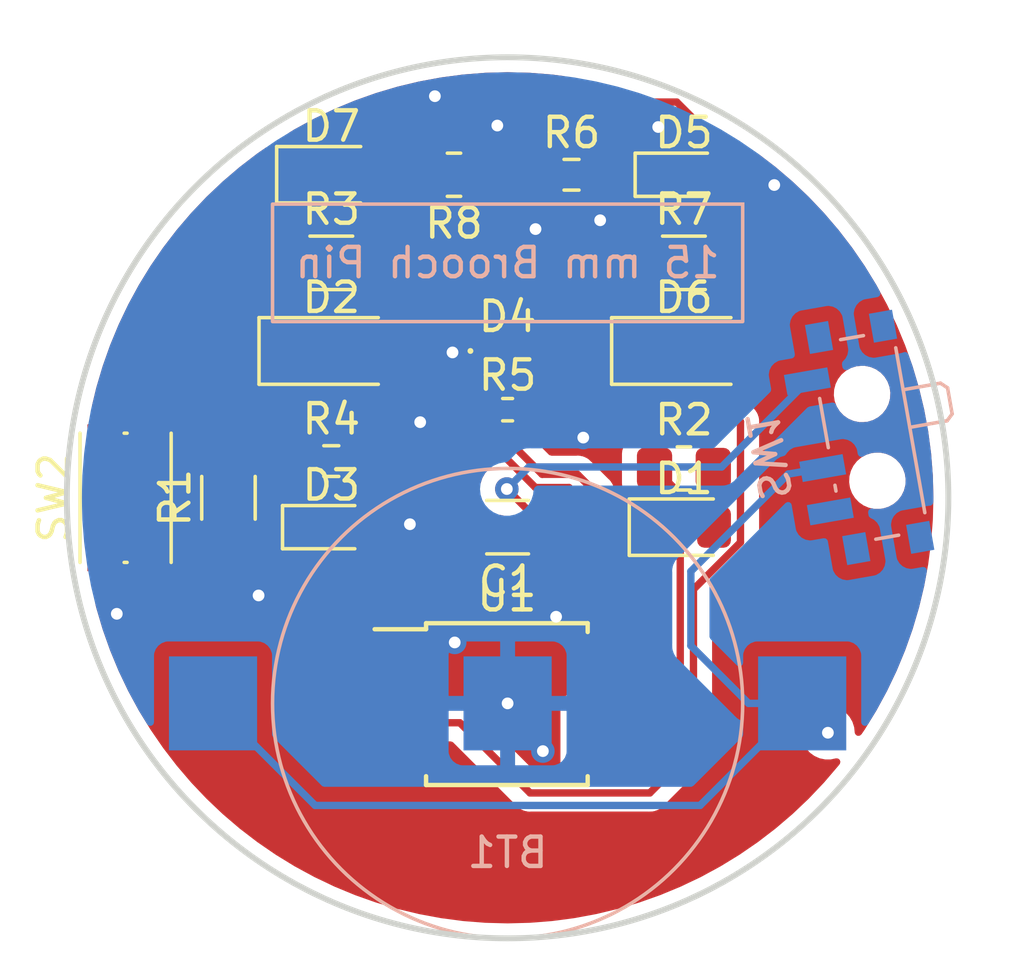
<source format=kicad_pcb>
(kicad_pcb (version 20211014) (generator pcbnew)
  (layers (0 "F.Cu" signal) (31 "B.Cu" signal) (34 "B.Paste" user) (35 "F.Paste" user) (36 "B.SilkS" user "B.Silkscreen") (37 "F.SilkS" user "F.Silkscreen") (38 "B.Mask" user) (39 "F.Mask" user) (44 "Edge.Cuts" user))
  (net 0 "")
  (net 1 "Net-(BT1-Pad1)")
  (net 2 "GND")
  (net 3 "+3V3")
  (net 4 "Net-(D1-Pad2)")
  (net 5 "Net-(D2-Pad2)")
  (net 6 "Net-(D3-Pad2)")
  (net 7 "Net-(D4-Pad2)")
  (net 8 "Net-(D5-Pad2)")
  (net 9 "Net-(D6-Pad2)")
  (net 10 "Net-(D7-Pad2)")
  (net 11 "/Dice_Button")
  (net 12 "/LED_4")
  (net 13 "/LED_6")
  (net 14 "/LED_2")
  (net 15 "/LED_1")
  (footprint "Capacitor_SMD:C_1206_3216Metric_Pad1.33x1.80mm_HandSolder" (layer "F.Cu") (at 100 51 180)
    (fp_text reference "C1" (at 0 -1.85) (layer "F.SilkS"))
    (fp_text value "2u2")
    (fp_line (start -0.711252 0.91) (end 0.711252 0.91) (layer "F.SilkS") (width 0.12))
    (fp_line (start -0.711252 -0.91) (end 0.711252 -0.91) (layer "F.SilkS") (width 0.12))
    (pad "1" smd roundrect (at -1.5625 0 180) (size 1.325 1.8) (layers "F.Cu" "F.Paste" "F.Mask") (roundrect_rratio 0.188679) (net 3 "+3V3"))
    (pad "2" smd roundrect (at 1.5625 0 180) (size 1.325 1.8) (layers "F.Cu" "F.Paste" "F.Mask") (roundrect_rratio 0.188679) (net 2 "GND"))
  )
  (footprint "Resistor_SMD:R_0805_2012Metric_Pad1.20x1.40mm_HandSolder" (layer "F.Cu") (at 106 49)
    (fp_text reference "R2" (at 0 -1.65) (layer "F.SilkS"))
    (fp_text value "180")
    (fp_line (start -0.227064 0.735) (end 0.227064 0.735) (layer "F.SilkS") (width 0.12))
    (fp_line (start -0.227064 -0.735) (end 0.227064 -0.735) (layer "F.SilkS") (width 0.12))
    (pad "1" smd roundrect (at -1 0) (size 1.2 1.4) (layers "F.Cu" "F.Paste" "F.Mask") (roundrect_rratio 0.208333) (net 12 "/LED_4"))
    (pad "2" smd roundrect (at 1 0) (size 1.2 1.4) (layers "F.Cu" "F.Paste" "F.Mask") (roundrect_rratio 0.208333) (net 4 "Net-(D1-Pad2)"))
  )
  (footprint "Diode_SMD:D_0603_1608Metric_Pad1.05x0.95mm_HandSolder" (layer "F.Cu") (at 106 39)
    (fp_text reference "D5" (at 0 -1.43) (layer "F.SilkS"))
    (fp_text value "Green")
    (fp_line (start 0.8 -0.735) (end -1.66 -0.735) (layer "F.SilkS") (width 0.12))
    (fp_line (start -1.66 0.735) (end 0.8 0.735) (layer "F.SilkS") (width 0.12))
    (fp_line (start -1.66 -0.735) (end -1.66 0.735) (layer "F.SilkS") (width 0.12))
    (pad "1" smd roundrect (at -0.875 0) (size 1.05 0.95) (layers "F.Cu" "F.Paste" "F.Mask") (net 2 "GND"))
    (pad "2" smd roundrect (at 0.875 0) (size 1.05 0.95) (layers "F.Cu" "F.Paste" "F.Mask") (net 8 "Net-(D5-Pad2)"))
  )
  (footprint "Resistor_SMD:R_1206_3216Metric_Pad1.30x1.75mm_HandSolder" (layer "F.Cu") (at 94 42)
    (fp_text reference "R3" (at 0 -1.82) (layer "F.SilkS"))
    (fp_text value "120")
    (fp_line (start -0.727064 0.91) (end 0.727064 0.91) (layer "F.SilkS") (width 0.12))
    (fp_line (start -0.727064 -0.91) (end 0.727064 -0.91) (layer "F.SilkS") (width 0.12))
    (pad "1" smd roundrect (at -1.55 0) (size 1.3 1.75) (layers "F.Cu" "F.Paste" "F.Mask") (roundrect_rratio 0.192308) (net 13 "/LED_6"))
    (pad "2" smd roundrect (at 1.55 0) (size 1.3 1.75) (layers "F.Cu" "F.Paste" "F.Mask") (roundrect_rratio 0.192308) (net 5 "Net-(D2-Pad2)"))
  )
  (footprint "Diode_SMD:D_0402_1005Metric_Pad0.77x0.64mm_HandSolder" (layer "F.Cu") (at 100 45)
    (fp_text reference "D4" (at 0 -1.17) (layer "F.SilkS"))
    (fp_text value "Blue")
    (fp_circle (center -1.265 0) (end -1.215 0) (layer "F.SilkS") (width 0.1) (fill none))
    (pad "1" smd roundrect (at -0.5725 0) (size 0.765 0.64) (layers "F.Cu" "F.Paste" "F.Mask") (net 2 "GND"))
    (pad "2" smd roundrect (at 0.5725 0) (size 0.765 0.64) (layers "F.Cu" "F.Paste" "F.Mask") (net 7 "Net-(D4-Pad2)"))
  )
  (footprint "Button_Switch_SMD:SW_Push_1P1T_NO_CK_KMR2" (layer "F.Cu") (at 87 50 90)
    (fp_text reference "SW2" (at 0 -2.45 90) (layer "F.SilkS"))
    (fp_text value "Dice Roll")
    (fp_line (start -2.2 0.05) (end -2.2 -0.05) (layer "F.SilkS") (width 0.12))
    (fp_line (start 2.2 -1.55) (end -2.2 -1.55) (layer "F.SilkS") (width 0.12))
    (fp_line (start -2.2 1.55) (end 2.2 1.55) (layer "F.SilkS") (width 0.12))
    (fp_line (start 2.2 0.05) (end 2.2 -0.05) (layer "F.SilkS") (width 0.12))
    (pad "1" smd rect (at 2.05 -0.8 90) (size 0.9 1) (layers "F.Cu" "F.Paste" "F.Mask") (net 11 "/Dice_Button"))
    (pad "1" smd rect (at -2.05 -0.8 90) (size 0.9 1) (layers "F.Cu" "F.Paste" "F.Mask") (net 11 "/Dice_Button"))
    (pad "2" smd rect (at 2.05 0.8 90) (size 0.9 1) (layers "F.Cu" "F.Paste" "F.Mask") (net 3 "+3V3"))
    (pad "2" smd rect (at -2.05 0.8 90) (size 0.9 1) (layers "F.Cu" "F.Paste" "F.Mask") (net 3 "+3V3"))
  )
  (footprint "Resistor_SMD:R_0603_1608Metric_Pad0.98x0.95mm_HandSolder" (layer "F.Cu") (at 94 48.75)
    (fp_text reference "R4" (at 0 -1.43) (layer "F.SilkS"))
    (fp_text value "120")
    (fp_line (start -0.254724 0.5225) (end 0.254724 0.5225) (layer "F.SilkS") (width 0.12))
    (fp_line (start -0.254724 -0.5225) (end 0.254724 -0.5225) (layer "F.SilkS") (width 0.12))
    (pad "1" smd roundrect (at -0.9125 0) (size 0.975 0.95) (layers "F.Cu" "F.Paste" "F.Mask") (net 14 "/LED_2"))
    (pad "2" smd roundrect (at 0.9125 0) (size 0.975 0.95) (layers "F.Cu" "F.Paste" "F.Mask") (net 6 "Net-(D3-Pad2)"))
  )
  (footprint "Diode_SMD:D_1206_3216Metric_Pad1.42x1.75mm_HandSolder" (layer "F.Cu") (at 94 45)
    (fp_text reference "D2" (at 0 -1.82) (layer "F.SilkS"))
    (fp_text value "Yellow")
    (fp_line (start -2.46 1.135) (end 1.6 1.135) (layer "F.SilkS") (width 0.12))
    (fp_line (start 1.6 -1.135) (end -2.46 -1.135) (layer "F.SilkS") (width 0.12))
    (fp_line (start -2.46 -1.135) (end -2.46 1.135) (layer "F.SilkS") (width 0.12))
    (pad "1" smd roundrect (at -1.4875 0) (size 1.425 1.75) (layers "F.Cu" "F.Paste" "F.Mask") (roundrect_rratio 0.175439) (net 2 "GND"))
    (pad "2" smd roundrect (at 1.4875 0) (size 1.425 1.75) (layers "F.Cu" "F.Paste" "F.Mask") (roundrect_rratio 0.175439) (net 5 "Net-(D2-Pad2)"))
  )
  (footprint "Diode_SMD:D_0805_2012Metric_Pad1.15x1.40mm_HandSolder" (layer "F.Cu") (at 106 51)
    (fp_text reference "D1" (at 0 -1.65) (layer "F.SilkS"))
    (fp_text value "Red")
    (fp_line (start -1.86 -0.96) (end -1.86 0.96) (layer "F.SilkS") (width 0.12))
    (fp_line (start 1 -0.96) (end -1.86 -0.96) (layer "F.SilkS") (width 0.12))
    (fp_line (start -1.86 0.96) (end 1 0.96) (layer "F.SilkS") (width 0.12))
    (pad "1" smd roundrect (at -1.025 0) (size 1.15 1.4) (layers "F.Cu" "F.Paste" "F.Mask") (roundrect_rratio 0.217391) (net 2 "GND"))
    (pad "2" smd roundrect (at 1.025 0) (size 1.15 1.4) (layers "F.Cu" "F.Paste" "F.Mask") (roundrect_rratio 0.217391) (net 4 "Net-(D1-Pad2)"))
  )
  (footprint "Resistor_SMD:R_0805_2012Metric_Pad1.20x1.40mm_HandSolder" (layer "F.Cu") (at 98.175 39 180)
    (fp_text reference "R8" (at 0 -1.65) (layer "F.SilkS"))
    (fp_text value "180")
    (fp_line (start -0.227064 -0.735) (end 0.227064 -0.735) (layer "F.SilkS") (width 0.12))
    (fp_line (start -0.227064 0.735) (end 0.227064 0.735) (layer "F.SilkS") (width 0.12))
    (pad "1" smd roundrect (at -1 0 180) (size 1.2 1.4) (layers "F.Cu" "F.Paste" "F.Mask") (roundrect_rratio 0.208333) (net 12 "/LED_4"))
    (pad "2" smd roundrect (at 1 0 180) (size 1.2 1.4) (layers "F.Cu" "F.Paste" "F.Mask") (roundrect_rratio 0.208333) (net 10 "Net-(D7-Pad2)"))
  )
  (footprint "Diode_SMD:D_0805_2012Metric_Pad1.15x1.40mm_HandSolder" (layer "F.Cu") (at 94 39)
    (fp_text reference "D7" (at 0 -1.65) (layer "F.SilkS"))
    (fp_text value "Red")
    (fp_line (start -1.86 0.96) (end 1 0.96) (layer "F.SilkS") (width 0.12))
    (fp_line (start -1.86 -0.96) (end -1.86 0.96) (layer "F.SilkS") (width 0.12))
    (fp_line (start 1 -0.96) (end -1.86 -0.96) (layer "F.SilkS") (width 0.12))
    (pad "1" smd roundrect (at -1.025 0) (size 1.15 1.4) (layers "F.Cu" "F.Paste" "F.Mask") (roundrect_rratio 0.217391) (net 2 "GND"))
    (pad "2" smd roundrect (at 1.025 0) (size 1.15 1.4) (layers "F.Cu" "F.Paste" "F.Mask") (roundrect_rratio 0.217391) (net 10 "Net-(D7-Pad2)"))
  )
  (footprint "Resistor_SMD:R_1206_3216Metric_Pad1.30x1.75mm_HandSolder" (layer "F.Cu") (at 90.5 50 90)
    (fp_text reference "R1" (at 0 -1.82 90) (layer "F.SilkS"))
    (fp_text value "10k")
    (fp_line (start -0.727064 0.91) (end 0.727064 0.91) (layer "F.SilkS") (width 0.12))
    (fp_line (start -0.727064 -0.91) (end 0.727064 -0.91) (layer "F.SilkS") (width 0.12))
    (pad "1" smd roundrect (at -1.55 0 90) (size 1.3 1.75) (layers "F.Cu" "F.Paste" "F.Mask") (roundrect_rratio 0.192308) (net 11 "/Dice_Button"))
    (pad "2" smd roundrect (at 1.55 0 90) (size 1.3 1.75) (layers "F.Cu" "F.Paste" "F.Mask") (roundrect_rratio 0.192308) (net 2 "GND"))
  )
  (footprint "Resistor_SMD:R_1206_3216Metric_Pad1.30x1.75mm_HandSolder" (layer "F.Cu") (at 106 42)
    (fp_text reference "R7" (at 0 -1.82) (layer "F.SilkS"))
    (fp_text value "120")
    (fp_line (start -0.727064 0.91) (end 0.727064 0.91) (layer "F.SilkS") (width 0.12))
    (fp_line (start -0.727064 -0.91) (end 0.727064 -0.91) (layer "F.SilkS") (width 0.12))
    (pad "1" smd roundrect (at -1.55 0) (size 1.3 1.75) (layers "F.Cu" "F.Paste" "F.Mask") (roundrect_rratio 0.192308) (net 13 "/LED_6"))
    (pad "2" smd roundrect (at 1.55 0) (size 1.3 1.75) (layers "F.Cu" "F.Paste" "F.Mask") (roundrect_rratio 0.192308) (net 9 "Net-(D6-Pad2)"))
  )
  (footprint "Resistor_SMD:R_0402_1005Metric_Pad0.72x0.64mm_HandSolder" (layer "F.Cu") (at 100 47)
    (fp_text reference "R5" (at 0 -1.17) (layer "F.SilkS"))
    (fp_text value "10")
    (fp_line (start -0.167621 -0.38) (end 0.167621 -0.38) (layer "F.SilkS") (width 0.12))
    (fp_line (start -0.167621 0.38) (end 0.167621 0.38) (layer "F.SilkS") (width 0.12))
    (pad "1" smd roundrect (at -0.5975 0) (size 0.715 0.64) (layers "F.Cu" "F.Paste" "F.Mask") (net 15 "/LED_1"))
    (pad "2" smd roundrect (at 0.5975 0) (size 0.715 0.64) (layers "F.Cu" "F.Paste" "F.Mask") (net 7 "Net-(D4-Pad2)"))
  )
  (footprint "Diode_SMD:D_1206_3216Metric_Pad1.42x1.75mm_HandSolder" (layer "F.Cu") (at 106 45)
    (fp_text reference "D6" (at 0 -1.82) (layer "F.SilkS"))
    (fp_text value "Yellow")
    (fp_line (start -2.46 -1.135) (end -2.46 1.135) (layer "F.SilkS") (width 0.12))
    (fp_line (start -2.46 1.135) (end 1.6 1.135) (layer "F.SilkS") (width 0.12))
    (fp_line (start 1.6 -1.135) (end -2.46 -1.135) (layer "F.SilkS") (width 0.12))
    (pad "1" smd roundrect (at -1.4875 0) (size 1.425 1.75) (layers "F.Cu" "F.Paste" "F.Mask") (roundrect_rratio 0.175439) (net 2 "GND"))
    (pad "2" smd roundrect (at 1.4875 0) (size 1.425 1.75) (layers "F.Cu" "F.Paste" "F.Mask") (roundrect_rratio 0.175439) (net 9 "Net-(D6-Pad2)"))
  )
  (footprint "Resistor_SMD:R_0603_1608Metric_Pad0.98x0.95mm_HandSolder" (layer "F.Cu") (at 102.175 39)
    (fp_text reference "R6" (at 0 -1.43) (layer "F.SilkS"))
    (fp_text value "120")
    (fp_line (start -0.254724 0.5225) (end 0.254724 0.5225) (layer "F.SilkS") (width 0.12))
    (fp_line (start -0.254724 -0.5225) (end 0.254724 -0.5225) (layer "F.SilkS") (width 0.12))
    (pad "1" smd roundrect (at -0.9125 0) (size 0.975 0.95) (layers "F.Cu" "F.Paste" "F.Mask") (net 14 "/LED_2"))
    (pad "2" smd roundrect (at 0.9125 0) (size 0.975 0.95) (layers "F.Cu" "F.Paste" "F.Mask") (net 8 "Net-(D5-Pad2)"))
  )
  (footprint "Diode_SMD:D_0603_1608Metric_Pad1.05x0.95mm_HandSolder" (layer "F.Cu") (at 94 51)
    (fp_text reference "D3" (at 0 -1.43) (layer "F.SilkS"))
    (fp_text value "Green")
    (fp_line (start -1.66 0.735) (end 0.8 0.735) (layer "F.SilkS") (width 0.12))
    (fp_line (start 0.8 -0.735) (end -1.66 -0.735) (layer "F.SilkS") (width 0.12))
    (fp_line (start -1.66 -0.735) (end -1.66 0.735) (layer "F.SilkS") (width 0.12))
    (pad "1" smd roundrect (at -0.875 0) (size 1.05 0.95) (layers "F.Cu" "F.Paste" "F.Mask") (net 2 "GND"))
    (pad "2" smd roundrect (at 0.875 0) (size 1.05 0.95) (layers "F.Cu" "F.Paste" "F.Mask") (net 6 "Net-(D3-Pad2)"))
  )
  (footprint "Package_SO:SOIC-8W_5.3x5.3mm_P1.27mm" (layer "F.Cu") (at 99.975 57.025)
    (fp_text reference "U1" (at 0 -3.68) (layer "F.SilkS"))
    (fp_text value "ATtiny85")
    (fp_line (start 2.75 -2.755) (end 2.75 -2.455) (layer "F.SilkS") (width 0.15))
    (fp_line (start -2.75 2.755) (end -2.75 2.455) (layer "F.SilkS") (width 0.15))
    (fp_line (start -2.75 -2.755) (end 2.75 -2.755) (layer "F.SilkS") (width 0.15))
    (fp_line (start -2.75 2.755) (end 2.75 2.755) (layer "F.SilkS") (width 0.15))
    (fp_line (start -2.75 -2.55) (end -4.5 -2.55) (layer "F.SilkS") (width 0.15))
    (fp_line (start 2.75 2.755) (end 2.75 2.455) (layer "F.SilkS") (width 0.15))
    (fp_line (start -2.75 -2.755) (end -2.75 -2.55) (layer "F.SilkS") (width 0.15))
    (pad "1" smd rect (at -3.65 -1.905) (size 1.7 0.65) (layers "F.Cu" "F.Paste" "F.Mask"))
    (pad "2" smd rect (at -3.65 -0.635) (size 1.7 0.65) (layers "F.Cu" "F.Paste" "F.Mask") (net 11 "/Dice_Button"))
    (pad "3" smd rect (at -3.65 0.635) (size 1.7 0.65) (layers "F.Cu" "F.Paste" "F.Mask") (net 13 "/LED_6"))
    (pad "4" smd rect (at -3.65 1.905) (size 1.7 0.65) (layers "F.Cu" "F.Paste" "F.Mask") (net 2 "GND"))
    (pad "5" smd rect (at 3.65 1.905) (size 1.7 0.65) (layers "F.Cu" "F.Paste" "F.Mask") (net 15 "/LED_1"))
    (pad "6" smd rect (at 3.65 0.635) (size 1.7 0.65) (layers "F.Cu" "F.Paste" "F.Mask") (net 14 "/LED_2"))
    (pad "7" smd rect (at 3.65 -0.635) (size 1.7 0.65) (layers "F.Cu" "F.Paste" "F.Mask") (net 12 "/LED_4"))
    (pad "8" smd rect (at 3.65 -1.905) (size 1.7 0.65) (layers "F.Cu" "F.Paste" "F.Mask") (net 3 "+3V3"))
  )
  (footprint "brooch pin:15 mm Brooch Pin" (layer "B.Cu") (at 100 42 180)
    (fp_text reference "Pin1" hide)
    (fp_text value "15 mm Brooch Pin" (at 0 0 unlocked) (layer "B.SilkS") (effects (justify mirror)))
    (fp_rect (start -8 2) (end 8 -2) (layer "B.SilkS") (width 0.12) (fill none))
  )
  (footprint "Button_Switch_SMD:SW_SPDT_PCM12" (layer "B.Cu") (at 112 48 -80)
    (fp_text reference "SW1" (at 0 3.2 100) (layer "B.SilkS") (effects (justify mirror)))
    (fp_text value "Power")
    (fp_line (start -1.6 1.12) (end 0.1 1.12) (layer "B.SilkS") (width 0.12))
    (fp_line (start 1.4 1.12) (end 1.6 1.12) (layer "B.SilkS") (width 0.12))
    (fp_line (start -1.4 -3.02) (end -1.2 -3.23) (layer "B.SilkS") (width 0.12))
    (fp_line (start -3.45 0.07) (end -3.45 -0.72) (layer "B.SilkS") (width 0.12))
    (fp_line (start -1.2 -3.23) (end -0.3 -3.23) (layer "B.SilkS") (width 0.12))
    (fp_line (start -0.1 -3.02) (end -0.1 -1.73) (layer "B.SilkS") (width 0.12))
    (fp_line (start -0.1 -3.02) (end -0.3 -3.23) (layer "B.SilkS") (width 0.12))
    (fp_line (start -2.85 -1.73) (end 2.85 -1.73) (layer "B.SilkS") (width 0.12))
    (fp_line (start -1.4 -1.73) (end -1.4 -3.02) (layer "B.SilkS") (width 0.12))
    (fp_line (start 3.45 -0.72) (end 3.45 0.07) (layer "B.SilkS") (width 0.12))
    (pad "" np_thru_hole circle (at -1.5 -0.33 280) (size 0.9 0.9) (drill 0.9) (layers *.Cu *.Mask))
    (pad "" smd rect (at -3.65 -1.43 280) (size 1 0.8) (layers "B.Cu" "B.Paste" "B.Mask"))
    (pad "" smd rect (at 3.65 0.78 280) (size 1 0.8) (layers "B.Cu" "B.Paste" "B.Mask"))
    (pad "" np_thru_hole circle (at 1.5 -0.33 280) (size 0.9 0.9) (drill 0.9) (layers *.Cu *.Mask))
    (pad "" smd rect (at 3.65 -1.43 280) (size 1 0.8) (layers "B.Cu" "B.Paste" "B.Mask"))
    (pad "" smd rect (at -3.65 0.78 280) (size 1 0.8) (layers "B.Cu" "B.Paste" "B.Mask"))
    (pad "1" smd rect (at -2.25 1.43 280) (size 0.7 1.5) (layers "B.Cu" "B.Paste" "B.Mask") (net 3 "+3V3"))
    (pad "2" smd rect (at 0.75 1.43 280) (size 0.7 1.5) (layers "B.Cu" "B.Paste" "B.Mask") (net 1 "Net-(BT1-Pad1)"))
    (pad "3" smd rect (at 2.25 1.43 280) (size 0.7 1.5) (layers "B.Cu" "B.Paste" "B.Mask"))
  )
  (footprint "SMTM1632:SMTM1632" (layer "B.Cu") (at 100 57 180)
    (fp_text reference "BT1" (at 0 -5.08 unlocked) (layer "B.SilkS") (effects (justify mirror)))
    (fp_text value "SMTM1632")
    (fp_circle (center 0 0) (end 8 0) (layer "B.SilkS") (width 0.12) (fill none))
    (pad "1" smd rect (at 10.025 0 180) (size 3 3.2) (layers "B.Cu" "B.Paste" "B.Mask") (net 1 "Net-(BT1-Pad1)"))
    (pad "1" smd rect (at -10.025 0 180) (size 3 3.2) (layers "B.Cu" "B.Paste" "B.Mask") (net 1 "Net-(BT1-Pad1)"))
    (pad "2" smd rect (at 0 0 180) (size 3 3.2) (layers "B.Cu" "B.Paste" "B.Mask") (net 2 "GND"))
  )
  (gr_circle locked (center 100 50) (end 115 50) (layer "Edge.Cuts") (width 0.2) (fill none))
  (via (at 110.9 58) (size 0.8) (drill 0.4) (layers "F.Cu" "B.Cu") (net 1))
  (segment (start 106.2367 55.037) (end 106.2367 52.5032) (width 0.25) (layer "B.Cu") (net 1))
  (segment (start 106.2367 55.037) (end 108.1997 57) (width 0.25) (layer "B.Cu") (net 1))
  (segment (start 106.55 60.475) (end 93.45 60.475) (width 0.25) (layer "B.Cu") (net 1))
  (segment (start 110.025 57) (end 108.1997 57) (width 0.25) (layer "B.Cu") (net 1))
  (segment (start 110.025 57) (end 106.55 60.475) (width 0.25) (layer "B.Cu") (net 1))
  (segment (start 110.722 48.9869) (end 109.5457 49.1943) (width 0.25) (layer "B.Cu") (net 1))
  (segment (start 93.45 60.475) (end 89.975 57) (width 0.25) (layer "B.Cu") (net 1))
  (segment (start 106.2367 52.5032) (end 109.5457 49.1942) (width 0.25) (layer "B.Cu") (net 1))
  (segment (start 109.5457 49.1942) (end 109.5457 49.1943) (width 0.25) (layer "B.Cu") (net 1))
  (via (at 96.675 50.9) (size 0.8) (drill 0.4) (layers "F.Cu" "B.Cu") (net 2))
  (via (at 91.525 53.325) (size 0.8) (drill 0.4) (layers "F.Cu" "B.Cu") (net 2))
  (via (at 105.125 37.375) (size 0.8) (drill 0.4) (layers "F.Cu" "B.Cu") (net 2))
  (via (at 101.2 58.625) (size 0.8) (drill 0.4) (layers "F.Cu" "B.Cu") (net 2))
  (via (at 98.2 54.925) (size 0.8) (drill 0.4) (layers "F.Cu" "B.Cu") (net 2))
  (via (at 99.999998 57) (size 0.8) (drill 0.4) (layers "F.Cu" "B.Cu") (net 2))
  (via (at 86.7 53.95) (size 0.8) (drill 0.4) (layers "F.Cu" "B.Cu") (net 2))
  (via (at 99.65 37.325) (size 0.8) (drill 0.4) (layers "F.Cu" "B.Cu") (net 2))
  (via (at 101.65 54.05) (size 0.8) (drill 0.4) (layers "F.Cu" "B.Cu") (net 2))
  (via (at 97.525 36.325) (size 0.8) (drill 0.4) (layers "F.Cu" "B.Cu") (net 2))
  (via (at 109.075 39.35) (size 0.8) (drill 0.4) (layers "F.Cu" "B.Cu") (net 2))
  (via (at 103.15 40.55) (size 0.8) (drill 0.4) (layers "F.Cu" "B.Cu") (net 2))
  (via (at 102.575 47.95) (size 0.8) (drill 0.4) (layers "F.Cu" "B.Cu") (net 2))
  (via (at 97.025 47.425) (size 0.8) (drill 0.4) (layers "F.Cu" "B.Cu") (net 2))
  (via (at 100.95 40.85) (size 0.8) (drill 0.4) (layers "F.Cu" "B.Cu") (net 2))
  (via (at 98.125 45.05) (size 0.8) (drill 0.4) (layers "F.Cu" "B.Cu") (net 2))
  (segment (start 100 57) (end 99.999998 57) (width 0.25) (layer "B.Cu") (net 2))
  (segment (start 94.5651 53.775) (end 91.3521 50.562) (width 0.25) (layer "F.Cu") (net 3))
  (segment (start 103.625 54.3194) (end 101.5625 52.2569) (width 0.25) (layer "F.Cu") (net 3))
  (segment (start 87.8 47.95) (end 87.8 48.7253) (width 0.25) (layer "F.Cu") (net 3))
  (segment (start 88.5127 49.438) (end 87.8 48.7253) (width 0.25) (layer "F.Cu") (net 3))
  (segment (start 87.8 52.05) (end 87.8 51.2747) (width 0.25) (layer "F.Cu") (net 3))
  (segment (start 101.5625 51) (end 101.272601 51) (width 0.25) (layer "F.Cu") (net 3))
  (segment (start 103.625 55.12) (end 103.625 54.3194) (width 0.25) (layer "F.Cu") (net 3))
  (segment (start 88.5127 50.562) (end 87.8 51.2747) (width 0.25) (layer "F.Cu") (net 3))
  (segment (start 101.272601 51) (end 99.973828 49.701227) (width 0.25) (layer "F.Cu") (net 3))
  (segment (start 101.5625 52.2569) (end 101.5625 51) (width 0.25) (layer "F.Cu") (net 3))
  (segment (start 100.0444 53.775) (end 94.5651 53.775) (width 0.25) (layer "F.Cu") (net 3))
  (segment (start 101.5625 52.2569) (end 100.0444 53.775) (width 0.25) (layer "F.Cu") (net 3))
  (segment (start 88.5127 50.562) (end 88.5127 49.438) (width 0.25) (layer "F.Cu") (net 3))
  (segment (start 91.3521 50.562) (end 88.5127 50.562) (width 0.25) (layer "F.Cu") (net 3))
  (via (at 99.973828 49.701227) (size 0.8) (drill 0.4) (layers "F.Cu" "B.Cu") (net 3))
  (segment (start 110.201 46.0325) (end 107.2835 48.95) (width 0.25) (layer "B.Cu") (net 3))
  (segment (start 100.725055 48.95) (end 99.973828 49.701227) (width 0.25) (layer "B.Cu") (net 3))
  (segment (start 107.2835 48.95) (end 100.725055 48.95) (width 0.25) (layer "B.Cu") (net 3))
  (segment (start 107 50.9375) (end 107 49) (width 0.25) (layer "F.Cu") (net 4))
  (segment (start 106.9375 51) (end 107 50.9375) (width 0.25) (layer "F.Cu") (net 4))
  (segment (start 95.4875 45) (end 95.55 44.9375) (width 0.25) (layer "F.Cu") (net 5))
  (segment (start 95.55 44.9375) (end 95.55 42) (width 0.25) (layer "F.Cu") (net 5))
  (segment (start 94.9125 50.9625) (end 94.9125 48.75) (width 0.25) (layer "F.Cu") (net 6))
  (segment (start 94.875 51) (end 94.9125 50.9625) (width 0.25) (layer "F.Cu") (net 6))
  (segment (start 100.5725 45) (end 100.5975 45.025) (width 0.25) (layer "F.Cu") (net 7))
  (segment (start 100.5975 45.025) (end 100.5975 47) (width 0.25) (layer "F.Cu") (net 7))
  (segment (start 106.0527 39.8223) (end 103.9098 39.8223) (width 0.25) (layer "F.Cu") (net 8))
  (segment (start 106.875 39) (end 106.0527 39.8223) (width 0.25) (layer "F.Cu") (net 8))
  (segment (start 103.9098 39.8223) (end 103.0875 39) (width 0.25) (layer "F.Cu") (net 8))
  (segment (start 107.4875 45) (end 107.55 44.9375) (width 0.25) (layer "F.Cu") (net 9))
  (segment (start 107.55 44.9375) (end 107.55 42) (width 0.25) (layer "F.Cu") (net 9))
  (segment (start 95.025 39) (end 97.175 39) (width 0.25) (layer "F.Cu") (net 10))
  (segment (start 89.2247 52.8253) (end 90.5 51.55) (width 0.25) (layer "F.Cu") (net 11))
  (segment (start 91.485 51.55) (end 95.15 55.215) (width 0.25) (layer "F.Cu") (net 11))
  (segment (start 90.5 51.55) (end 91.485 51.55) (width 0.25) (layer "F.Cu") (net 11))
  (segment (start 86.2 52.05) (end 86.2 52.8253) (width 0.25) (layer "F.Cu") (net 11))
  (segment (start 95.77 56.39) (end 96.325 56.39) (width 0.25) (layer "F.Cu") (net 11))
  (segment (start 95.15 55.77) (end 95.77 56.39) (width 0.25) (layer "F.Cu") (net 11))
  (segment (start 95.15 55.215) (end 95.15 55.77) (width 0.25) (layer "F.Cu") (net 11))
  (segment (start 86.2 52.8253) (end 89.2247 52.8253) (width 0.25) (layer "F.Cu") (net 11))
  (segment (start 86.2 47.95) (end 86.2 52.05) (width 0.25) (layer "F.Cu") (net 11))
  (segment (start 105 47.95) (end 105 49) (width 0.25) (layer "F.Cu") (net 12))
  (segment (start 105.875499 58.341801) (end 104.6319 59.5854) (width 0.25) (layer "F.Cu") (net 12))
  (segment (start 102.116 45.066) (end 105 47.95) (width 0.25) (layer "F.Cu") (net 12))
  (segment (start 102.6133 59.5854) (end 102.4313 59.4034) (width 0.25) (layer "F.Cu") (net 12))
  (segment (start 101.7027 38.1532) (end 102.116 38.5665) (width 0.25) (layer "F.Cu") (net 12))
  (segment (start 103.2342 56.39) (end 103.625 56.39) (width 0.25) (layer "F.Cu") (net 12))
  (segment (start 104.6319 59.5854) (end 102.6133 59.5854) (width 0.25) (layer "F.Cu") (net 12))
  (segment (start 102.4313 59.4034) (end 102.4313 57.1929) (width 0.25) (layer "F.Cu") (net 12))
  (segment (start 100.0218 38.1532) (end 101.7027 38.1532) (width 0.25) (layer "F.Cu") (net 12))
  (segment (start 102.4313 57.1929) (end 103.2342 56.39) (width 0.25) (layer "F.Cu") (net 12))
  (segment (start 105.875499 49.875499) (end 105.875499 58.341801) (width 0.25) (layer "F.Cu") (net 12))
  (segment (start 105 49) (end 105.875499 49.875499) (width 0.25) (layer "F.Cu") (net 12))
  (segment (start 99.175 39) (end 100.0218 38.1532) (width 0.25) (layer "F.Cu") (net 12))
  (segment (start 102.116 38.5665) (end 102.116 45.066) (width 0.25) (layer "F.Cu") (net 12))
  (segment (start 93.8638 40.5862) (end 97.25311 40.5862) (width 0.25) (layer "F.Cu") (net 13))
  (segment (start 106.2011 42) (end 106.2011 45.6857) (width 0.25) (layer "F.Cu") (net 13))
  (segment (start 92.45 42) (end 93.8638 40.5862) (width 0.25) (layer "F.Cu") (net 13))
  (segment (start 105.7563 36.525) (end 107.7319 38.5006) (width 0.25) (layer "F.Cu") (net 13))
  (segment (start 98.175 37.425) (end 99.075 36.525) (width 0.25) (layer "F.Cu") (net 13))
  (segment (start 106.2011 42) (end 104.45 42) (width 0.25) (layer "F.Cu") (net 13))
  (segment (start 107.925 51.516834) (end 106.325 53.116834) (width 0.25) (layer "F.Cu") (net 13))
  (segment (start 107.925 47.4096) (end 107.925 51.516834) (width 0.25) (layer "F.Cu") (net 13))
  (segment (start 100.7634 60.0491) (end 98.3743 57.66) (width 0.25) (layer "F.Cu") (net 13))
  (segment (start 107.7319 38.5006) (end 107.7319 39.5462) (width 0.25) (layer "F.Cu") (net 13))
  (segment (start 98.3743 57.66) (end 96.325 57.66) (width 0.25) (layer "F.Cu") (net 13))
  (segment (start 104.8404 60.0491) (end 100.7634 60.0491) (width 0.25) (layer "F.Cu") (net 13))
  (segment (start 106.2011 45.6857) (end 107.925 47.4096) (width 0.25) (layer "F.Cu") (net 13))
  (segment (start 106.2011 41.077) (end 106.2011 42) (width 0.25) (layer "F.Cu") (net 13))
  (segment (start 98.175 39.664309) (end 98.175 37.425) (width 0.25) (layer "F.Cu") (net 13))
  (segment (start 106.325 53.116834) (end 106.325 58.5645) (width 0.25) (layer "F.Cu") (net 13))
  (segment (start 107.7319 39.5462) (end 106.2011 41.077) (width 0.25) (layer "F.Cu") (net 13))
  (segment (start 106.325 58.5645) (end 104.8404 60.0491) (width 0.25) (layer "F.Cu") (net 13))
  (segment (start 97.25311 40.5862) (end 98.175 39.664309) (width 0.25) (layer "F.Cu") (net 13))
  (segment (start 99.075 36.525) (end 105.7563 36.525) (width 0.25) (layer "F.Cu") (net 13))
  (segment (start 100.9472 49.65) (end 102.088173 49.65) (width 0.25) (layer "F.Cu") (net 14))
  (segment (start 102.55 50.111827) (end 102.55 52.22) (width 0.25) (layer "F.Cu") (net 14))
  (segment (start 104.15 57.66) (end 103.625 57.66) (width 0.25) (layer "F.Cu") (net 14))
  (segment (start 102.088173 49.65) (end 102.55 50.111827) (width 0.25) (layer "F.Cu") (net 14))
  (segment (start 102.55 52.22) (end 104.8 54.47) (width 0.25) (layer "F.Cu") (net 14))
  (segment (start 98.725 40.025) (end 96.9949 41.7551) (width 0.25) (layer "F.Cu") (net 14))
  (segment (start 104.8 54.47) (end 104.8 57.01) (width 0.25) (layer "F.Cu") (net 14))
  (segment (start 96.9949 45.6977) (end 95.5764 47.1162) (width 0.25) (layer "F.Cu") (net 14))
  (segment (start 101.2625 39) (end 100.2375 40.025) (width 0.25) (layer "F.Cu") (net 14))
  (segment (start 104.8 57.01) (end 104.15 57.66) (width 0.25) (layer "F.Cu") (net 14))
  (segment (start 94.7213 47.1162) (end 93.0875 48.75) (width 0.25) (layer "F.Cu") (net 14))
  (segment (start 100.2375 40.025) (end 98.725 40.025) (width 0.25) (layer "F.Cu") (net 14))
  (segment (start 95.5764 47.1162) (end 94.7213 47.1162) (width 0.25) (layer "F.Cu") (net 14))
  (segment (start 96.9949 41.7551) (end 96.9949 45.6977) (width 0.25) (layer "F.Cu") (net 14))
  (segment (start 96.9949 45.6977) (end 100.9472 49.65) (width 0.25) (layer "F.Cu") (net 14))
  (segment (start 99.4025 47) (end 99.4025 47.4275) (width 0.25) (layer "F.Cu") (net 15))
  (segment (start 99.4025 47.4275) (end 101.175499 49.200499) (width 0.25) (layer "F.Cu") (net 15))
  (segment (start 102.999501 52.033811) (end 105.25 54.28431) (width 0.25) (layer "F.Cu") (net 15))
  (segment (start 104.15 58.93) (end 103.625 58.93) (width 0.25) (layer "F.Cu") (net 15))
  (segment (start 102.999501 49.824501) (end 102.999501 52.033811) (width 0.25) (layer "F.Cu") (net 15))
  (segment (start 105.25 54.28431) (end 105.25 57.83) (width 0.25) (layer "F.Cu") (net 15))
  (segment (start 102.375499 49.200499) (end 102.999501 49.824501) (width 0.25) (layer "F.Cu") (net 15))
  (segment (start 105.25 57.83) (end 104.15 58.93) (width 0.25) (layer "F.Cu") (net 15))
  (segment (start 101.175499 49.200499) (end 102.375499 49.200499) (width 0.25) (layer "F.Cu") (net 15))
  (zone (net 2) (net_name "GND") (layers F&B.Cu) (connect_pads (clearance 0.508)) (min_thickness 0.254) (fill yes (thermal_gap 0.508) (thermal_bridge_width 0.508) (smoothing fillet) (radius 2))
    (polygon (pts (xy 117.575 33.125) (xy 117.375 65.5) (xy 82.725 65.55) (xy 82.825 33.05)))
  )
)
</source>
